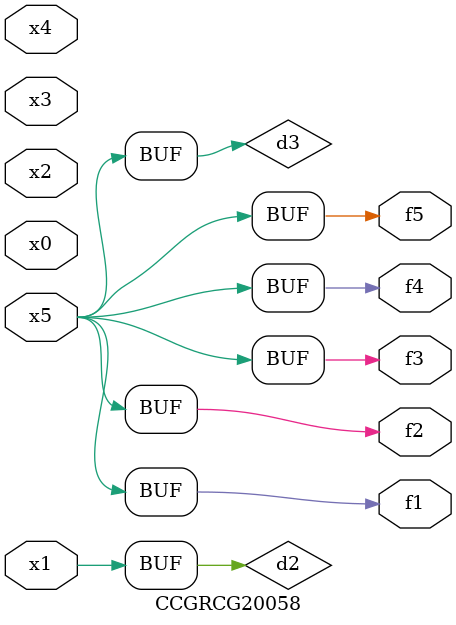
<source format=v>
module CCGRCG20058(
	input x0, x1, x2, x3, x4, x5,
	output f1, f2, f3, f4, f5
);

	wire d1, d2, d3;

	not (d1, x5);
	or (d2, x1);
	xnor (d3, d1);
	assign f1 = d3;
	assign f2 = d3;
	assign f3 = d3;
	assign f4 = d3;
	assign f5 = d3;
endmodule

</source>
